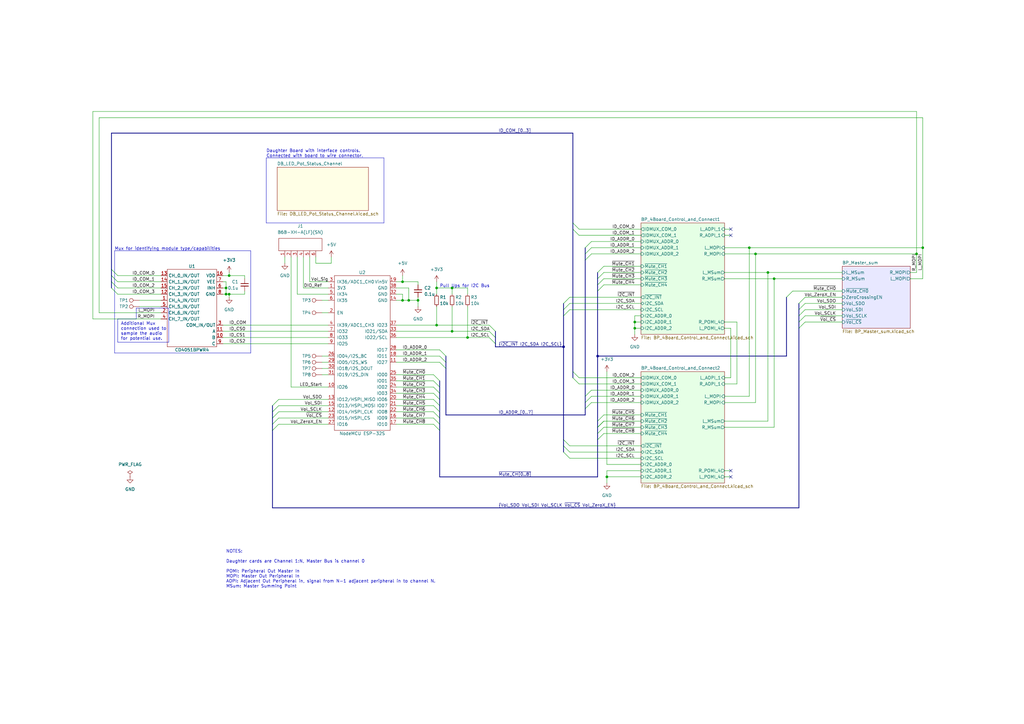
<source format=kicad_sch>
(kicad_sch (version 20230121) (generator eeschema)
  (paper "A3")
  (lib_symbols
    (symbol "CD4051BPWR4_2"
      (property "Reference" "U?" (at 10.16 1.27 0))
      (property "Value" "CD4051BPWR4_2" (at 10.16 -33.02 0))
      (symbol "CD4051BPWR4_2_0_1"
        (rectangle (start 0 0) (end 20.32 -31.75))
      )
      (symbol "CD4051BPWR4_2_1_1"
        (pin passive line (at -2.54 -12.7 0) (length 2.54) (name "CH_4_IN/OUT") (number "1"))
        (pin passive line (at 22.86 -27.94 180) (length 2.54) (name "B") (number "10"))
        (pin passive line (at 22.86 -25.4 180) (length 2.54) (name "A") (number "11"))
        (pin passive line (at -2.54 -10.16 0) (length 2.54) (name "CH_3_IN/OUT") (number "12"))
        (pin passive line (at -2.54 -2.54 0) (length 2.54) (name "CH_0_IN/OUT") (number "13"))
        (pin passive line (at -2.54 -5.08 0) (length 2.54) (name "CH_1_IN/OUT") (number "14"))
        (pin passive line (at -2.54 -7.62 0) (length 2.54) (name "CH_2_IN/OUT") (number "15"))
        (pin power_in line (at 22.86 -2.54 180) (length 2.54) (name "VDD") (number "16"))
        (pin passive line (at -2.54 -17.78 0) (length 2.54) (name "CH_6_IN/OUT") (number "2"))
        (pin passive line (at 22.86 -22.86 180) (length 2.54) (name "COM_IN/OUT") (number "3"))
        (pin passive line (at -2.54 -20.32 0) (length 2.54) (name "CH_7_IN/OUT") (number "4"))
        (pin passive line (at -2.54 -15.24 0) (length 2.54) (name "CH_5_IN/OUT") (number "5"))
        (pin passive line (at 22.86 -7.62 180) (length 2.54) (name "INH") (number "6"))
        (pin power_in line (at 22.86 -5.08 180) (length 2.54) (name "VEE") (number "7"))
        (pin power_in line (at 22.86 -10.16 180) (length 2.54) (name "GND") (number "8"))
        (pin passive line (at 22.86 -30.48 180) (length 2.54) (name "C") (number "9"))
      )
    )
    (symbol "Connector:TestPoint" (pin_numbers hide) (pin_names (offset 0.762) hide)
      (property "Reference" "TP" (at 0 6.858 0))
      (property "Value" "TestPoint" (at 0 5.08 0))
      (symbol "TestPoint_0_1"
        (circle (center 0 3.302) (radius 0.762))
      )
      (symbol "TestPoint_1_1"
        (pin passive line (at 0 0 90) (length 2.54) (name "1") (number "1"))
      )
    )
    (symbol "Device:C_Small" (pin_numbers hide) (pin_names (offset 0.254) hide)
      (property "Reference" "C" (at 0.254 1.778 0))
      (property "Value" "C_Small" (at 0.254 -2.032 0))
      (symbol "C_Small_0_1"
        (polyline (pts (xy -1.524 -0.508) (xy 1.524 -0.508)) (stroke (width 0.3302)))
        (polyline (pts (xy -1.524 0.508) (xy 1.524 0.508)) (stroke (width 0.3048)))
      )
      (symbol "C_Small_1_1"
        (pin passive line (at 0 2.54 270) (length 2.032) (name "~") (number "1"))
        (pin passive line (at 0 -2.54 90) (length 2.032) (name "~") (number "2"))
      )
    )
    (symbol "Device:R_Small" (pin_numbers hide) (pin_names (offset 0.254) hide)
      (property "Reference" "R" (at 0.762 0.508 0))
      (property "Value" "R_Small" (at 0.762 -1.016 0))
      (symbol "R_Small_0_1"
        (rectangle (start -0.762 1.778) (end 0.762 -1.778) (stroke (width 0.2032)))
      )
      (symbol "R_Small_1_1"
        (pin passive line (at 0 2.54 270) (length 0.762) (name "~") (number "1"))
        (pin passive line (at 0 -2.54 90) (length 0.762) (name "~") (number "2"))
      )
    )
    (symbol "power:+3V3" (power) (pin_names (offset 0))
      (property "Value" "+3V3" (at 0 3.556 0))
      (symbol "+3V3_0_1"
        (polyline (pts (xy -0.762 1.27) (xy 0 2.54)))
        (polyline (pts (xy 0 0) (xy 0 2.54)))
        (polyline (pts (xy 0 2.54) (xy 0.762 1.27)))
      )
      (symbol "+3V3_1_1"
        (pin power_in line (at 0 0 90) (length 0) hide (name "+3V3") (number "1"))
      )
    )
    (symbol "power:+5V" (power) (pin_names (offset 0))
      (property "Value" "+5V" (at 0 3.556 0))
      (symbol "+5V_0_1"
        (polyline (pts (xy -0.762 1.27) (xy 0 2.54)))
        (polyline (pts (xy 0 0) (xy 0 2.54)))
        (polyline (pts (xy 0 2.54) (xy 0.762 1.27)))
      )
      (symbol "+5V_1_1"
        (pin power_in line (at 0 0 90) (length 0) hide (name "+5V") (number "1"))
      )
    )
    (symbol "power:GND" (power) (pin_names (offset 0))
      (property "Value" "GND" (at 0 -3.81 0))
      (symbol "GND_0_1"
        (polyline (pts (xy 0 0) (xy 0 -1.27) (xy 1.27 -1.27) (xy 0 -2.54) (xy -1.27 -1.27) (xy 0 -1.27)))
      )
      (symbol "GND_1_1"
        (pin power_in line (at 0 0 270) (length 0) hide (name "GND") (number "1"))
      )
    )
    (symbol "power:PWR_FLAG" (power) (pin_numbers hide) (pin_names (offset 0) hide)
      (property "Value" "PWR_FLAG" (at 0 3.81 0))
      (symbol "PWR_FLAG_0_0"
        (pin power_out line (at 0 0 90) (length 0) (name "pwr") (number "1"))
      )
      (symbol "PWR_FLAG_0_1"
        (polyline (pts (xy 0 0) (xy 0 1.27) (xy -1.016 1.905) (xy 0 2.54) (xy 1.016 1.905) (xy 0 1.27)))
      )
    )
    (symbol "silver-box-modular:B6B-XH-A(LF)(SN)"
      (property "Reference" "U" (at 0 3.81 0))
      (property "Value" "B6B-XH-A(LF)(SN)" (at 0 1.27 0))
      (symbol "B6B-XH-A(LF)(SN)_0_0"
        (pin passive line (at -6.35 -7.62 90) (length 2.54) (name "") (number "1"))
        (pin passive line (at -3.81 -7.62 90) (length 2.54) (name "") (number "2"))
        (pin passive line (at -1.27 -7.62 90) (length 2.54) (name "") (number "3"))
        (pin passive line (at 1.27 -7.62 90) (length 2.54) (name "") (number "4"))
        (pin passive line (at 3.81 -7.62 90) (length 2.54) (name "") (number "5"))
        (pin passive line (at 6.35 -7.62 90) (length 2.54) (name "") (number "6"))
      )
      (symbol "B6B-XH-A(LF)(SN)_0_1"
        (rectangle (start -8.89 -5.08) (end 8.89 0))
      )
    )
    (symbol "silver-box-modular:ESP32-DevKitC-V4-32D-custom-parts" (pin_names (offset 1.016))
      (property "Reference" "U2" (at 0 30.48 0))
      (property "Value" "ESP32-DevKitC-V4-32D-custom-parts" (at 0 -35.56 0))
      (symbol "ESP32-DevKitC-V4-32D-custom-parts_0_0"
        (pin output line (at -13.97 24.13 0) (length 2.54) (name "3V3") (number "1"))
        (pin bidirectional line (at -13.97 -16.51 0) (length 2.54) (name "IO26") (number "10"))
        (pin bidirectional line (at 13.97 -6.35 180) (length 2.54) (name "IO27") (number "11"))
        (pin bidirectional line (at -13.97 -26.67 0) (length 2.54) (name "IO14/HSPI_CLK") (number "12"))
        (pin bidirectional line (at -13.97 -21.59 0) (length 2.54) (name "IO12/HSPI_MISO") (number "13"))
        (pin power_in line (at 13.97 19.05 180) (length 2.54) (name "GND") (number "14"))
        (pin bidirectional line (at -13.97 -24.13 0) (length 2.54) (name "IO13/HSPI_MOSI") (number "15"))
        (pin bidirectional line (at 13.97 -29.21 180) (length 2.54) (name "IO09") (number "16"))
        (pin bidirectional line (at 13.97 -31.75 180) (length 2.54) (name "IO10") (number "17"))
        (pin bidirectional line (at 13.97 -3.81 180) (length 2.54) (name "IO11") (number "18"))
        (pin power_in line (at 13.97 26.67 180) (length 2.54) (name "Vin5V") (number "19"))
        (pin input line (at -13.97 13.97 0) (length 2.54) (name "EN") (number "2"))
        (pin bidirectional line (at 13.97 -21.59 180) (length 2.54) (name "IO06") (number "20"))
        (pin bidirectional line (at 13.97 -24.13 180) (length 2.54) (name "IO07") (number "21"))
        (pin bidirectional line (at 13.97 -26.67 180) (length 2.54) (name "IO08") (number "22"))
        (pin bidirectional line (at -13.97 -29.21 0) (length 2.54) (name "IO15/HSPI_CS") (number "23"))
        (pin bidirectional line (at 13.97 -16.51 180) (length 2.54) (name "IO02") (number "24"))
        (pin bidirectional line (at 13.97 -11.43 180) (length 2.54) (name "IO00") (number "25"))
        (pin bidirectional line (at -13.97 -3.81 0) (length 2.54) (name "IO04/I2S_BC") (number "26"))
        (pin bidirectional line (at -13.97 -31.75 0) (length 2.54) (name "IO16") (number "27"))
        (pin bidirectional line (at 13.97 -1.27 180) (length 2.54) (name "IO17") (number "28"))
        (pin bidirectional line (at -13.97 -6.35 0) (length 2.54) (name "IO05/I2S_WS") (number "29"))
        (pin input line (at -13.97 26.67 0) (length 2.54) (name "IX36/ADC1_CH0") (number "3"))
        (pin bidirectional line (at -13.97 -8.89 0) (length 2.54) (name "IO18/I2S_DOUT") (number "30"))
        (pin bidirectional line (at -13.97 -11.43 0) (length 2.54) (name "IO19/I2S_DIN") (number "31"))
        (pin power_in line (at 13.97 21.59 180) (length 2.54) (name "GND") (number "32"))
        (pin bidirectional line (at 13.97 6.35 180) (length 2.54) (name "IO21/SDA") (number "33"))
        (pin bidirectional line (at 13.97 -19.05 180) (length 2.54) (name "IO03") (number "34"))
        (pin bidirectional line (at 13.97 -13.97 180) (length 2.54) (name "IO01") (number "35"))
        (pin bidirectional line (at 13.97 3.81 180) (length 2.54) (name "IO22/SCL") (number "36"))
        (pin bidirectional line (at 13.97 8.89 180) (length 2.54) (name "IO23") (number "37"))
        (pin power_in line (at 13.97 24.13 180) (length 2.54) (name "GND") (number "38"))
        (pin input line (at -13.97 8.89 0) (length 2.54) (name "IX39/ADC1_CH3") (number "4"))
        (pin input line (at -13.97 21.59 0) (length 2.54) (name "IX34") (number "5"))
        (pin input line (at -13.97 19.05 0) (length 2.54) (name "IX35") (number "6"))
        (pin bidirectional line (at -13.97 6.35 0) (length 2.54) (name "IO32") (number "7"))
        (pin bidirectional line (at -13.97 3.81 0) (length 2.54) (name "IO33") (number "8"))
        (pin bidirectional line (at -13.97 1.27 0) (length 2.54) (name "IO25") (number "9"))
      )
      (symbol "ESP32-DevKitC-V4-32D-custom-parts_0_1"
        (rectangle (start -11.43 29.21) (end 11.43 -34.29))
      )
    )
  )
  (junction (at 375.92 104.14))
  (junction (at 93.98 120.65))
  (junction (at 260.35 132.08))
  (junction (at 231.14 142.24))
  (junction (at 92.71 118.11))
  (junction (at 314.96 111.76))
  (junction (at 248.92 195.58))
  (junction (at 179.07 133.35))
  (junction (at 378.46 101.6))
  (junction (at 307.34 101.6))
  (junction (at 260.35 134.62))
  (junction (at 92.71 120.65))
  (junction (at 191.77 138.43))
  (junction (at 179.07 118.11))
  (junction (at 185.42 118.11))
  (junction (at 165.1 115.57))
  (junction (at 171.45 123.19))
  (junction (at 93.98 113.03))
  (junction (at 185.42 135.89))
  (junction (at 165.1 123.19))
  (junction (at 167.64 123.19))
  (junction (at 317.5 114.3))
  (junction (at 309.88 104.14))
  (junction (at 245.11 146.05))
  (no_connect (at 299.72 195.58))
  (no_connect (at 299.72 96.52))
  (no_connect (at 299.72 93.98))
  (no_connect (at 299.72 193.04))
  (bus_entry (at 234.95 154.94) (size 2.54 2.54))
  (bus_entry (at 327.66 124.46) (size 2.54 -2.54))
  (bus_entry (at 200.66 135.89) (size 2.54 2.54))
  (bus_entry (at 322.58 121.92) (size 2.54 -2.54))
  (bus_entry (at 234.95 152.4) (size 2.54 2.54))
  (bus_entry (at 240.03 106.68) (size 2.54 -2.54))
  (bus_entry (at 111.76 176.53) (size 2.54 -2.54))
  (bus_entry (at 240.03 167.64) (size 2.54 -2.54))
  (bus_entry (at 240.03 165.1) (size 2.54 -2.54))
  (bus_entry (at 45.72 115.57) (size 2.54 2.54))
  (bus_entry (at 45.72 110.49) (size 2.54 2.54))
  (bus_entry (at 247.65 175.26) (size -2.54 2.54))
  (bus_entry (at 200.66 138.43) (size 2.54 2.54))
  (bus_entry (at 240.03 162.56) (size 2.54 -2.54))
  (bus_entry (at 111.76 173.99) (size 2.54 -2.54))
  (bus_entry (at 45.72 113.03) (size 2.54 2.54))
  (bus_entry (at 240.03 104.14) (size 2.54 -2.54))
  (bus_entry (at 234.95 93.98) (size 2.54 2.54))
  (bus_entry (at 177.8 168.91) (size 2.54 2.54))
  (bus_entry (at 245.11 119.38) (size 2.54 -2.54))
  (bus_entry (at 327.66 132.08) (size 2.54 -2.54))
  (bus_entry (at 245.11 114.3) (size 2.54 -2.54))
  (bus_entry (at 177.8 173.99) (size 2.54 2.54))
  (bus_entry (at 231.14 127) (size 2.54 -2.54))
  (bus_entry (at 180.34 148.59) (size 2.54 2.54))
  (bus_entry (at 231.14 129.54) (size 2.54 -2.54))
  (bus_entry (at 247.65 172.72) (size -2.54 2.54))
  (bus_entry (at 177.8 156.21) (size 2.54 2.54))
  (bus_entry (at 327.66 134.62) (size 2.54 -2.54))
  (bus_entry (at 231.14 180.34) (size 2.54 2.54))
  (bus_entry (at 180.34 143.51) (size 2.54 2.54))
  (bus_entry (at 327.66 127) (size 2.54 -2.54))
  (bus_entry (at 247.65 172.72) (size -2.54 2.54))
  (bus_entry (at 177.8 163.83) (size 2.54 2.54))
  (bus_entry (at 327.66 129.54) (size 2.54 -2.54))
  (bus_entry (at 177.8 166.37) (size 2.54 2.54))
  (bus_entry (at 200.66 133.35) (size 2.54 2.54))
  (bus_entry (at 180.34 146.05) (size 2.54 2.54))
  (bus_entry (at 177.8 158.75) (size 2.54 2.54))
  (bus_entry (at 247.65 170.18) (size -2.54 2.54))
  (bus_entry (at 245.11 111.76) (size 2.54 -2.54))
  (bus_entry (at 245.11 116.84) (size 2.54 -2.54))
  (bus_entry (at 240.03 101.6) (size 2.54 -2.54))
  (bus_entry (at 247.65 177.8) (size -2.54 2.54))
  (bus_entry (at 111.76 168.91) (size 2.54 -2.54))
  (bus_entry (at 111.76 166.37) (size 2.54 -2.54))
  (bus_entry (at 177.8 153.67) (size 2.54 2.54))
  (bus_entry (at 111.76 171.45) (size 2.54 -2.54))
  (bus_entry (at 177.8 161.29) (size 2.54 2.54))
  (bus_entry (at 231.14 124.46) (size 2.54 -2.54))
  (bus_entry (at 231.14 185.42) (size 2.54 2.54))
  (bus_entry (at 45.72 118.11) (size 2.54 2.54))
  (bus_entry (at 231.14 182.88) (size 2.54 2.54))
  (bus_entry (at 234.95 91.44) (size 2.54 2.54))
  (bus_entry (at 177.8 171.45) (size 2.54 2.54))
  (wire (pts (xy 185.42 118.11) (xy 185.42 120.65)))
  (wire (pts (xy 162.56 173.99) (xy 177.8 173.99)))
  (wire (pts (xy 330.2 129.54) (xy 345.44 129.54)))
  (wire (pts (xy 91.44 135.89) (xy 134.62 135.89)))
  (wire (pts (xy 373.38 114.3) (xy 378.46 114.3)))
  (wire (pts (xy 260.35 132.08) (xy 262.89 132.08)))
  (wire (pts (xy 378.46 114.3) (xy 378.46 101.6)))
  (wire (pts (xy 121.92 120.65) (xy 134.62 120.65)))
  (bus (pts (xy 327.66 132.08) (xy 327.66 134.62)))
  (wire (pts (xy 124.46 118.11) (xy 134.62 118.11)))
  (bus (pts (xy 182.88 170.18) (xy 240.03 170.18)))
  (wire (pts (xy 330.2 124.46) (xy 345.44 124.46)))
  (bus (pts (xy 322.58 121.92) (xy 322.58 146.05)))
  (wire (pts (xy 242.57 104.14) (xy 262.89 104.14)))
  (wire (pts (xy 378.46 48.26) (xy 40.64 48.26)))
  (wire (pts (xy 309.88 165.1) (xy 309.88 104.14)))
  (wire (pts (xy 378.46 101.6) (xy 378.46 48.26)))
  (wire (pts (xy 233.68 187.96) (xy 262.89 187.96)))
  (wire (pts (xy 247.65 109.22) (xy 262.89 109.22)))
  (wire (pts (xy 93.98 113.03) (xy 100.33 113.03)))
  (bus (pts (xy 231.14 182.88) (xy 231.14 185.42)))
  (wire (pts (xy 297.18 175.26) (xy 317.5 175.26)))
  (wire (pts (xy 307.34 162.56) (xy 297.18 162.56)))
  (wire (pts (xy 40.64 128.27) (xy 66.04 128.27)))
  (wire (pts (xy 162.56 163.83) (xy 177.8 163.83)))
  (wire (pts (xy 297.18 111.76) (xy 314.96 111.76)))
  (wire (pts (xy 299.72 134.62) (xy 299.72 154.94)))
  (wire (pts (xy 167.64 118.11) (xy 167.64 123.19)))
  (wire (pts (xy 162.56 161.29) (xy 177.8 161.29)))
  (wire (pts (xy 171.45 116.84) (xy 171.45 115.57)))
  (polyline (pts (xy 109.22 91.44) (xy 157.48 91.44)))
  (wire (pts (xy 48.26 120.65) (xy 66.04 120.65)))
  (wire (pts (xy 317.5 114.3) (xy 345.44 114.3)))
  (wire (pts (xy 297.18 195.58) (xy 299.72 195.58)))
  (wire (pts (xy 135.89 107.95) (xy 129.54 107.95)))
  (wire (pts (xy 132.08 151.13) (xy 134.62 151.13)))
  (wire (pts (xy 119.38 158.75) (xy 134.62 158.75)))
  (wire (pts (xy 375.92 111.76) (xy 375.92 104.14)))
  (wire (pts (xy 57.15 125.73) (xy 66.04 125.73)))
  (wire (pts (xy 93.98 111.76) (xy 93.98 113.03)))
  (wire (pts (xy 38.1 45.72) (xy 375.92 45.72)))
  (wire (pts (xy 162.56 120.65) (xy 165.1 120.65)))
  (wire (pts (xy 162.56 171.45) (xy 177.8 171.45)))
  (bus (pts (xy 231.14 129.54) (xy 231.14 142.24)))
  (wire (pts (xy 165.1 120.65) (xy 165.1 123.19)))
  (bus (pts (xy 45.72 54.61) (xy 234.95 54.61)))
  (bus (pts (xy 45.72 118.11) (xy 45.72 115.57)))
  (wire (pts (xy 114.3 166.37) (xy 134.62 166.37)))
  (wire (pts (xy 247.65 177.8) (xy 262.89 177.8)))
  (wire (pts (xy 162.56 156.21) (xy 177.8 156.21)))
  (wire (pts (xy 165.1 115.57) (xy 162.56 115.57)))
  (wire (pts (xy 171.45 123.19) (xy 171.45 121.92)))
  (wire (pts (xy 309.88 104.14) (xy 375.92 104.14)))
  (bus (pts (xy 234.95 93.98) (xy 234.95 152.4)))
  (wire (pts (xy 260.35 129.54) (xy 260.35 132.08)))
  (bus (pts (xy 231.14 142.24) (xy 231.14 180.34)))
  (wire (pts (xy 162.56 118.11) (xy 167.64 118.11)))
  (wire (pts (xy 93.98 120.65) (xy 93.98 121.92)))
  (bus (pts (xy 245.11 146.05) (xy 245.11 172.72)))
  (wire (pts (xy 242.57 99.06) (xy 262.89 99.06)))
  (wire (pts (xy 297.18 93.98) (xy 299.72 93.98)))
  (wire (pts (xy 247.65 114.3) (xy 262.89 114.3)))
  (bus (pts (xy 240.03 162.56) (xy 240.03 165.1)))
  (polyline (pts (xy 46.99 144.78) (xy 102.87 144.78)))
  (wire (pts (xy 233.68 185.42) (xy 262.89 185.42)))
  (wire (pts (xy 330.2 121.92) (xy 345.44 121.92)))
  (polyline (pts (xy 109.22 64.77) (xy 157.48 64.77)))
  (wire (pts (xy 247.65 172.72) (xy 262.89 172.72)))
  (wire (pts (xy 325.12 119.38) (xy 345.44 119.38)))
  (wire (pts (xy 162.56 133.35) (xy 179.07 133.35)))
  (polyline (pts (xy 102.87 144.78) (xy 102.87 102.87)))
  (wire (pts (xy 185.42 118.11) (xy 191.77 118.11)))
  (wire (pts (xy 135.89 105.41) (xy 135.89 107.95)))
  (wire (pts (xy 124.46 105.41) (xy 124.46 118.11)))
  (wire (pts (xy 185.42 135.89) (xy 200.66 135.89)))
  (bus (pts (xy 45.72 110.49) (xy 45.72 54.61)))
  (bus (pts (xy 245.11 116.84) (xy 245.11 119.38)))
  (polyline (pts (xy 60.96 102.87) (xy 46.99 102.87)))
  (wire (pts (xy 191.77 118.11) (xy 191.77 120.65)))
  (wire (pts (xy 162.56 148.59) (xy 180.34 148.59)))
  (wire (pts (xy 242.57 101.6) (xy 262.89 101.6)))
  (wire (pts (xy 297.18 96.52) (xy 299.72 96.52)))
  (wire (pts (xy 121.92 120.65) (xy 121.92 105.41)))
  (polyline (pts (xy 55.88 130.81) (xy 48.26 130.81)))
  (bus (pts (xy 203.2 140.97) (xy 203.2 142.24)))
  (wire (pts (xy 297.18 193.04) (xy 299.72 193.04)))
  (bus (pts (xy 327.66 129.54) (xy 327.66 132.08)))
  (bus (pts (xy 203.2 135.89) (xy 203.2 138.43)))
  (wire (pts (xy 92.71 115.57) (xy 92.71 118.11)))
  (wire (pts (xy 237.49 96.52) (xy 262.89 96.52)))
  (wire (pts (xy 302.26 132.08) (xy 302.26 157.48)))
  (wire (pts (xy 127 105.41) (xy 127 115.57)))
  (wire (pts (xy 91.44 113.03) (xy 93.98 113.03)))
  (wire (pts (xy 302.26 132.08) (xy 297.18 132.08)))
  (wire (pts (xy 179.07 133.35) (xy 200.66 133.35)))
  (wire (pts (xy 48.26 113.03) (xy 66.04 113.03)))
  (wire (pts (xy 248.92 193.04) (xy 248.92 195.58)))
  (wire (pts (xy 314.96 172.72) (xy 314.96 111.76)))
  (wire (pts (xy 100.33 113.03) (xy 100.33 114.3)))
  (bus (pts (xy 245.11 111.76) (xy 245.11 114.3)))
  (bus (pts (xy 203.2 138.43) (xy 203.2 140.97)))
  (bus (pts (xy 111.76 173.99) (xy 111.76 176.53)))
  (wire (pts (xy 127 115.57) (xy 134.62 115.57)))
  (wire (pts (xy 297.18 157.48) (xy 302.26 157.48)))
  (wire (pts (xy 242.57 165.1) (xy 262.89 165.1)))
  (bus (pts (xy 245.11 114.3) (xy 245.11 116.84)))
  (bus (pts (xy 245.11 180.34) (xy 245.11 195.58)))
  (wire (pts (xy 262.89 129.54) (xy 260.35 129.54)))
  (wire (pts (xy 233.68 121.92) (xy 262.89 121.92)))
  (bus (pts (xy 327.66 127) (xy 327.66 129.54)))
  (wire (pts (xy 248.92 190.5) (xy 262.89 190.5)))
  (bus (pts (xy 245.11 172.72) (xy 245.11 175.26)))
  (wire (pts (xy 179.07 118.11) (xy 185.42 118.11)))
  (bus (pts (xy 240.03 104.14) (xy 240.03 106.68)))
  (wire (pts (xy 297.18 172.72) (xy 314.96 172.72)))
  (bus (pts (xy 245.11 119.38) (xy 245.11 146.05)))
  (wire (pts (xy 114.3 168.91) (xy 134.62 168.91)))
  (polyline (pts (xy 109.22 64.77) (xy 109.22 91.44)))
  (wire (pts (xy 247.65 170.18) (xy 262.89 170.18)))
  (bus (pts (xy 245.11 175.26) (xy 245.11 177.8)))
  (bus (pts (xy 111.76 166.37) (xy 111.76 168.91)))
  (wire (pts (xy 165.1 115.57) (xy 171.45 115.57)))
  (wire (pts (xy 114.3 163.83) (xy 134.62 163.83)))
  (wire (pts (xy 132.08 153.67) (xy 134.62 153.67)))
  (bus (pts (xy 327.66 208.28) (xy 111.76 208.28)))
  (bus (pts (xy 45.72 113.03) (xy 45.72 110.49)))
  (wire (pts (xy 57.15 123.19) (xy 66.04 123.19)))
  (polyline (pts (xy 48.26 140.335) (xy 69.215 140.335)))
  (bus (pts (xy 327.66 124.46) (xy 327.66 127)))
  (wire (pts (xy 162.56 143.51) (xy 180.34 143.51)))
  (bus (pts (xy 240.03 165.1) (xy 240.03 167.64)))
  (wire (pts (xy 119.38 158.75) (xy 119.38 105.41)))
  (bus (pts (xy 180.34 173.99) (xy 180.34 176.53)))
  (wire (pts (xy 48.26 115.57) (xy 66.04 115.57)))
  (wire (pts (xy 91.44 115.57) (xy 92.71 115.57)))
  (bus (pts (xy 245.11 146.05) (xy 322.58 146.05)))
  (polyline (pts (xy 55.88 126.365) (xy 55.88 130.81)))
  (wire (pts (xy 317.5 175.26) (xy 317.5 114.3)))
  (wire (pts (xy 162.56 166.37) (xy 177.8 166.37)))
  (polyline (pts (xy 65.405 126.365) (xy 55.88 126.365)))
  (wire (pts (xy 373.38 111.76) (xy 375.92 111.76)))
  (bus (pts (xy 180.34 168.91) (xy 180.34 171.45)))
  (wire (pts (xy 100.33 120.65) (xy 93.98 120.65)))
  (bus (pts (xy 245.11 177.8) (xy 245.11 180.34)))
  (wire (pts (xy 38.1 45.72) (xy 38.1 130.81)))
  (wire (pts (xy 91.44 133.35) (xy 134.62 133.35)))
  (polyline (pts (xy 46.99 102.87) (xy 46.99 144.78)))
  (bus (pts (xy 231.14 127) (xy 231.14 129.54)))
  (wire (pts (xy 132.08 123.19) (xy 134.62 123.19)))
  (wire (pts (xy 114.3 173.99) (xy 134.62 173.99)))
  (wire (pts (xy 237.49 93.98) (xy 262.89 93.98)))
  (wire (pts (xy 129.54 107.95) (xy 129.54 105.41)))
  (wire (pts (xy 330.2 127) (xy 345.44 127)))
  (wire (pts (xy 116.84 105.41) (xy 116.84 107.95)))
  (wire (pts (xy 297.18 134.62) (xy 299.72 134.62)))
  (wire (pts (xy 179.07 125.73) (xy 179.07 133.35)))
  (wire (pts (xy 297.18 114.3) (xy 317.5 114.3)))
  (bus (pts (xy 231.14 180.34) (xy 231.14 182.88)))
  (wire (pts (xy 248.92 195.58) (xy 248.92 198.12)))
  (bus (pts (xy 240.03 106.68) (xy 240.03 162.56)))
  (wire (pts (xy 242.57 162.56) (xy 262.89 162.56)))
  (wire (pts (xy 233.68 182.88) (xy 262.89 182.88)))
  (bus (pts (xy 111.76 168.91) (xy 111.76 171.45)))
  (bus (pts (xy 180.34 156.21) (xy 180.34 158.75)))
  (polyline (pts (xy 65.405 126.365) (xy 69.215 126.365)))
  (bus (pts (xy 111.76 171.45) (xy 111.76 173.99)))
  (wire (pts (xy 242.57 160.02) (xy 262.89 160.02)))
  (bus (pts (xy 180.34 161.29) (xy 180.34 163.83)))
  (wire (pts (xy 185.42 125.73) (xy 185.42 135.89)))
  (wire (pts (xy 314.96 111.76) (xy 345.44 111.76)))
  (wire (pts (xy 248.92 195.58) (xy 262.89 195.58)))
  (wire (pts (xy 91.44 138.43) (xy 134.62 138.43)))
  (wire (pts (xy 237.49 154.94) (xy 262.89 154.94)))
  (wire (pts (xy 297.18 104.14) (xy 309.88 104.14)))
  (bus (pts (xy 182.88 146.05) (xy 182.88 148.59)))
  (wire (pts (xy 162.56 146.05) (xy 180.34 146.05)))
  (wire (pts (xy 179.07 120.65) (xy 179.07 118.11)))
  (wire (pts (xy 260.35 134.62) (xy 260.35 137.16)))
  (bus (pts (xy 240.03 101.6) (xy 240.03 104.14)))
  (wire (pts (xy 233.68 127) (xy 262.89 127)))
  (wire (pts (xy 299.72 154.94) (xy 297.18 154.94)))
  (bus (pts (xy 203.2 142.24) (xy 231.14 142.24)))
  (bus (pts (xy 182.88 148.59) (xy 182.88 151.13)))
  (wire (pts (xy 237.49 157.48) (xy 262.89 157.48)))
  (bus (pts (xy 180.34 163.83) (xy 180.34 166.37)))
  (wire (pts (xy 191.77 125.73) (xy 191.77 138.43)))
  (wire (pts (xy 167.64 123.19) (xy 171.45 123.19)))
  (wire (pts (xy 375.92 45.72) (xy 375.92 104.14)))
  (bus (pts (xy 231.14 124.46) (xy 231.14 127)))
  (wire (pts (xy 132.08 148.59) (xy 134.62 148.59)))
  (wire (pts (xy 260.35 132.08) (xy 260.35 134.62)))
  (wire (pts (xy 92.71 120.65) (xy 91.44 120.65)))
  (wire (pts (xy 91.44 140.97) (xy 134.62 140.97)))
  (wire (pts (xy 92.71 118.11) (xy 91.44 118.11)))
  (polyline (pts (xy 60.96 102.87) (xy 102.87 102.87)))
  (polyline (pts (xy 48.26 130.81) (xy 48.26 140.335)))
  (wire (pts (xy 233.68 124.46) (xy 262.89 124.46)))
  (wire (pts (xy 162.56 158.75) (xy 177.8 158.75)))
  (wire (pts (xy 307.34 101.6) (xy 307.34 162.56)))
  (wire (pts (xy 162.56 153.67) (xy 177.8 153.67)))
  (wire (pts (xy 114.3 171.45) (xy 134.62 171.45)))
  (bus (pts (xy 111.76 176.53) (xy 111.76 208.28)))
  (wire (pts (xy 132.08 146.05) (xy 134.62 146.05)))
  (wire (pts (xy 247.65 111.76) (xy 262.89 111.76)))
  (wire (pts (xy 162.56 168.91) (xy 177.8 168.91)))
  (bus (pts (xy 180.34 171.45) (xy 180.34 173.99)))
  (wire (pts (xy 38.1 130.81) (xy 66.04 130.81)))
  (bus (pts (xy 234.95 91.44) (xy 234.95 93.98)))
  (wire (pts (xy 48.26 118.11) (xy 66.04 118.11)))
  (polyline (pts (xy 157.48 91.44) (xy 157.48 64.77)))
  (wire (pts (xy 179.07 115.57) (xy 179.07 118.11)))
  (wire (pts (xy 93.98 120.65) (xy 92.71 120.65)))
  (wire (pts (xy 247.65 116.84) (xy 262.89 116.84)))
  (wire (pts (xy 260.35 134.62) (xy 262.89 134.62)))
  (bus (pts (xy 180.34 158.75) (xy 180.34 161.29)))
  (wire (pts (xy 191.77 138.43) (xy 200.66 138.43)))
  (wire (pts (xy 297.18 101.6) (xy 307.34 101.6)))
  (bus (pts (xy 240.03 167.64) (xy 240.03 170.18)))
  (wire (pts (xy 100.33 119.38) (xy 100.33 120.65)))
  (bus (pts (xy 182.88 151.13) (xy 182.88 170.18)))
  (wire (pts (xy 162.56 138.43) (xy 191.77 138.43)))
  (bus (pts (xy 234.95 152.4) (xy 234.95 154.94)))
  (wire (pts (xy 248.92 152.4) (xy 248.92 190.5)))
  (bus (pts (xy 234.95 54.61) (xy 234.95 91.44)))
  (wire (pts (xy 92.71 118.11) (xy 92.71 120.65)))
  (wire (pts (xy 162.56 123.19) (xy 165.1 123.19)))
  (wire (pts (xy 330.2 132.08) (xy 345.44 132.08)))
  (bus (pts (xy 180.34 176.53) (xy 180.34 195.58)))
  (wire (pts (xy 247.65 175.26) (xy 262.89 175.26)))
  (wire (pts (xy 262.89 193.04) (xy 248.92 193.04)))
  (bus (pts (xy 327.66 134.62) (xy 327.66 208.28)))
  (wire (pts (xy 162.56 135.89) (xy 185.42 135.89)))
  (wire (pts (xy 165.1 113.03) (xy 165.1 115.57)))
  (wire (pts (xy 171.45 123.19) (xy 171.45 125.73)))
  (bus (pts (xy 45.72 115.57) (xy 45.72 113.03)))
  (wire (pts (xy 132.08 128.27) (xy 134.62 128.27)))
  (wire (pts (xy 165.1 123.19) (xy 167.64 123.19)))
  (bus (pts (xy 180.34 166.37) (xy 180.34 168.91)))
  (wire (pts (xy 40.64 48.26) (xy 40.64 128.27)))
  (wire (pts (xy 307.34 101.6) (xy 378.46 101.6)))
  (bus (pts (xy 180.34 195.58) (xy 245.11 195.58)))
  (polyline (pts (xy 69.215 140.335) (xy 69.215 126.365)))
  (wire (pts (xy 297.18 165.1) (xy 309.88 165.1)))
  (text "Pull Ups for I2C Bus" (at 180.34 118.11 0) (effects (font (size 1.27 1.27)) (justify left bottom)))
  (text "NOTES:\n\nDaughter cards are Channel 1:N, Master Bus is channel 0\n\nPOMI: Peripheral Out Master In\nMOPI: Master Out Peripheral In\nAOPI: Adjacent Out Peripheral in, signal from N-1 adjacent peripheral in to channel N.\nMSum: Master Summing Point\n" (at 92.71 241.3 0) (effects (font (size 1.27 1.27)) (justify left bottom)))
  (text "Mux for identifying module type/capabilities" (at 46.99 102.87 0) (effects (font (size 1.27 1.27)) (justify left bottom)))
  (text "Daughter Board with interface controls.\nConnected with board to wire connector." (at 109.22 64.77 0) (effects (font (size 1.27 1.27)) (justify left bottom)))
  (text "Additional Mux \nconnection used to \nsample the audio \nfor potential use." (at 49.53 139.7 0) (effects (font (size 1.27 1.27)) (justify left bottom)))
  (label "~{Mute_CH6}" (at 165.1 168.91 0))
  (label "~{Mute_CH6}" (at 260.35 172.72 180))
  (label "ID_ADDR_2" (at 260.35 104.14 180))
  (label "ID_COM_1" (at 63.5 115.57 180))
  (label "ID_ADDR_0" (at 260.35 160.02 180))
  (label "Vol_SDO" (at 342.9 124.46 180))
  (label "Vol_SCLK" (at 342.9 129.54 180))
  (label "Vol_ZeroX_EN" (at 342.9 121.92 180))
  (label "L_MOPI" (at 63.5 128.27 180))
  (label "I2C_SDA" (at 260.35 185.42 180))
  (label "~{Mute_CH0}" (at 342.9 119.38 180))
  (label "R_MOPI" (at 375.92 104.14 270))
  (label "Vol_SDI" (at 132.08 166.37 180))
  (label "~{Vol_CS}" (at 132.08 171.45 180))
  (label "ID_CS0" (at 93.98 135.89 0))
  (label "{~{I2C_INT} I2C_SDA I2C_SCL}" (at 204.47 142.24 0))
  (label "~{Mute_CH0}" (at 165.1 153.67 0))
  (label "ID_ADDR_1" (at 165.1 146.05 0))
  (label "~{Mute_CH1}" (at 260.35 109.22 180))
  (label "ID_COM_3" (at 260.35 157.48 180))
  (label "ID_ADDR_1" (at 260.35 162.56 180))
  (label "~{Mute_CH2}" (at 260.35 111.76 180))
  (label "ID_COM" (at 93.98 133.35 0))
  (label "DIO_Ref" (at 132.08 118.11 180))
  (label "~{Mute_CH2}" (at 165.1 158.75 0))
  (label "ID_ADDR_2" (at 260.35 165.1 180))
  (label "ID_COM_2" (at 63.5 118.11 180))
  (label "ID_COM_[0..3]" (at 204.47 54.61 0))
  (label "~{Mute_CH8}" (at 260.35 177.8 180))
  (label "ID_ADDR_1" (at 260.35 101.6 180))
  (label "LED_Start" (at 132.08 158.75 180))
  (label "ID_ADDR_2" (at 165.1 148.59 0))
  (label "Vol_ZeroX_EN" (at 132.08 173.99 180))
  (label "R_MOPI" (at 63.5 130.81 180))
  (label "~{Mute_CH3}" (at 165.1 161.29 0))
  (label "Vol_SDO" (at 132.08 163.83 180))
  (label "~{Mute_CH4}" (at 260.35 116.84 180))
  (label "~{I2C_INT}" (at 260.35 182.88 180))
  (label "ID_ADDR_0" (at 165.1 143.51 0))
  (label "~{Mute_CH5}" (at 260.35 170.18 180))
  (label "~{Mute_CH4}" (at 165.1 163.83 0))
  (label "Vol_SCLK" (at 132.08 168.91 180))
  (label "ID_COM_0" (at 260.35 93.98 180))
  (label "~{Mute_CH8}" (at 165.1 173.99 0))
  (label "L_MOPI" (at 378.46 104.14 270))
  (label "ID_CS2" (at 93.98 140.97 0))
  (label "Vol_SDI" (at 342.9 127 180))
  (label "ID_CS1" (at 93.98 138.43 0))
  (label "I2C_SCL" (at 260.35 127 180))
  (label "~{Mute_CH5}" (at 165.1 166.37 0))
  (label "{Vol_SDO Vol_SDI Vol_SCLK ~{Vol_CS} Vol_ZeroX_EN}" (at 204.47 208.28 0))
  (label "I2C_SCL" (at 260.35 187.96 180))
  (label "~{Mute_CH[0..8]}" (at 204.47 195.58 0))
  (label "~{Vol_CS}" (at 342.9 132.08 180))
  (label "ID_COM_3" (at 63.5 120.65 180))
  (label "~{Mute_CH1}" (at 165.1 156.21 0))
  (label "I2C_SDA" (at 260.35 124.46 180))
  (label "~{Mute_CH7}" (at 260.35 175.26 180))
  (label "I2C_SDA" (at 193.04 135.89 0))
  (label "~{Mute_CH7}" (at 165.1 171.45 0))
  (label "Vol_Sig" (at 134.62 115.57 180))
  (label "ID_ADDR_[0..7]" (at 204.47 170.18 0))
  (label "~{I2C_INT}" (at 193.04 133.35 0))
  (label "ID_COM_0" (at 63.5 113.03 180))
  (label "I2C_SCL" (at 193.04 138.43 0))
  (label "ID_COM_2" (at 260.35 154.94 180))
  (label "~{I2C_INT}" (at 260.35 121.92 180))
  (label "ID_ADDR_0" (at 260.35 99.06 180))
  (label "~{Mute_CH3}" (at 260.35 114.3 180))
  (label "ID_COM_1" (at 260.35 96.52 180))
  (symbol (lib_id "power:+5V") (at 135.89 105.41 0) (unit 1)
    (property "Reference" "#PWR05" (effects hide))
    (property "Value" "+5V" (at 135.89 100.33 0))
  )
  (symbol (lib_id "Device:R_Small") (at 185.42 123.19 0) (unit 1)
    (property "Reference" "R2" (at 186.69 121.92 0) (effects (justify left)))
    (property "Value" "10k" (at 186.69 124.46 0) (effects (justify left)))
    (property "Footprint" "Resistor_SMD:R_0603_1608Metric_Pad0.98x0.95mm_HandSolder" (effects hide))
  )
  (symbol (lib_id "silver-box-modular:B6B-XH-A(LF)(SN)") (at 123.19 97.79 0) (unit 1)
    (property "Reference" "J1" (at 123.19 92.71 0))
    (property "Value" "B6B-XH-A(LF)(SN)" (at 123.19 95.25 0))
    (property "Footprint" "silver-box-feetprints:B6B-XH-A(LF)(SN)" (effects hide))
  )
  (symbol (lib_name "CD4051BPWR4_2") (lib_id "silver-box-modular:CD4051BPWR4") (at 68.58 110.49 0) (unit 1)
    (property "Reference" "U1" (at 78.74 109.22 0))
    (property "Value" "CD4051BPWR4" (at 78.74 143.51 0))
    (property "Footprint" "silver-box-feetprints:CD4051BPWR" (effects hide))
    (property "Datasheet" "https://www.ti.com/lit/ds/symlink/cd4051b.pdf" (effects hide))
  )
  (symbol (lib_id "Device:R_Small") (at 179.07 123.19 0) (unit 1)
    (property "Reference" "R1" (at 180.34 121.92 0) (effects (justify left)))
    (property "Value" "10k" (at 180.34 124.46 0) (effects (justify left)))
    (property "Footprint" "Resistor_SMD:R_0603_1608Metric_Pad0.98x0.95mm_HandSolder" (effects hide))
  )
  (symbol (lib_id "Connector:TestPoint") (at 132.08 123.19 90) (unit 1)
    (property "Reference" "TP3" (at 125.73 123.19 90))
    (property "Value" "TestPoint" (effects hide))
    (property "Footprint" "TestPoint:TestPoint_Pad_D3.0mm" (effects hide))
  )
  (symbol (lib_id "Connector:TestPoint") (at 57.15 125.73 90) (unit 1)
    (property "Reference" "TP2" (at 50.8 125.73 90))
    (property "Value" "TestPoint" (effects hide))
    (property "Footprint" "TestPoint:TestPoint_Pad_D3.0mm" (effects hide))
  )
  (symbol (lib_id "power:GND") (at 171.45 125.73 0) (unit 1)
    (property "Reference" "#PWR07" (effects hide))
    (property "Value" "GND" (at 171.45 130.81 0))
  )
  (symbol (lib_id "Connector:TestPoint") (at 132.08 153.67 90) (unit 1)
    (property "Reference" "TP8" (at 125.73 153.67 90))
    (property "Value" "TestPoint" (effects hide))
    (property "Footprint" "TestPoint:TestPoint_Pad_D3.0mm" (effects hide))
  )
  (symbol (lib_id "Connector:TestPoint") (at 132.08 148.59 90) (unit 1)
    (property "Reference" "TP6" (at 125.73 148.59 90))
    (property "Value" "TestPoint" (effects hide))
    (property "Footprint" "TestPoint:TestPoint_Pad_D3.0mm" (effects hide))
  )
  (symbol (lib_id "power:+3V3") (at 179.07 115.57 0) (unit 1)
    (property "Reference" "#PWR08" (effects hide))
    (property "Value" "+3V3" (at 179.07 110.49 0))
  )
  (symbol (lib_id "power:GND") (at 260.35 137.16 0) (unit 1)
    (property "Reference" "#PWR011" (effects hide))
    (property "Value" "GND" (at 260.35 142.24 0))
  )
  (symbol (lib_id "power:GND") (at 53.34 195.58 0) (unit 1)
    (property "Reference" "#PWR01" (effects hide))
    (property "Value" "GND" (at 53.34 200.66 0))
  )
  (symbol (lib_id "Connector:TestPoint") (at 132.08 151.13 90) (unit 1)
    (property "Reference" "TP7" (at 125.73 151.13 90))
    (property "Value" "TestPoint" (effects hide))
    (property "Footprint" "TestPoint:TestPoint_Pad_D3.0mm" (effects hide))
  )
  (symbol (lib_id "power:PWR_FLAG") (at 53.34 195.58 0) (unit 1)
    (property "Reference" "#FLG01" (effects hide))
    (property "Value" "PWR_FLAG" (at 53.34 190.5 0))
  )
  (symbol (lib_id "power:+5V") (at 165.1 113.03 0) (unit 1)
    (property "Reference" "#PWR06" (effects hide))
    (property "Value" "+5V" (at 165.1 107.95 0))
  )
  (symbol (lib_id "Device:C_Small") (at 100.33 116.84 0) (mirror y) (unit 1)
    (property "Reference" "C1" (at 97.79 115.5762 0) (effects (justify left)))
    (property "Value" "0.1u" (at 97.79 118.1162 0) (effects (justify left)))
    (property "Footprint" "Capacitor_SMD:C_0603_1608Metric_Pad1.08x0.95mm_HandSolder" (effects hide))
  )
  (symbol (lib_id "power:GND") (at 93.98 121.92 0) (mirror y) (unit 1)
    (property "Reference" "#PWR03" (effects hide))
    (property "Value" "GND" (at 93.98 127 0))
  )
  (symbol (lib_id "power:GND") (at 116.84 107.95 0) (unit 1)
    (property "Reference" "#PWR04" (effects hide))
    (property "Value" "GND" (at 116.84 113.03 0))
  )
  (symbol (lib_id "Connector:TestPoint") (at 132.08 128.27 90) (unit 1)
    (property "Reference" "TP4" (at 125.73 128.27 90))
    (property "Value" "TestPoint" (effects hide))
    (property "Footprint" "TestPoint:TestPoint_Pad_D3.0mm" (effects hide))
  )
  (symbol (lib_id "power:+3V3") (at 93.98 111.76 0) (unit 1)
    (property "Reference" "#PWR02" (effects hide))
    (property "Value" "+3V3" (at 93.98 106.68 0))
  )
  (symbol (lib_id "Device:R_Small") (at 191.77 123.19 0) (unit 1)
    (property "Reference" "R3" (at 193.04 121.92 0) (effects (justify left)))
    (property "Value" "10k" (at 193.04 124.46 0) (effects (justify left)))
    (property "Footprint" "Resistor_SMD:R_0603_1608Metric_Pad0.98x0.95mm_HandSolder" (effects hide))
  )
  (symbol (lib_id "silver-box-modular:ESP32-DevKitC-V4-32D-custom-parts") (at 148.59 142.24 0) (unit 1)
    (property "Reference" "U2" (at 148.59 111.76 0))
    (property "Value" "NodeMCU ESP-32S" (at 148.59 177.8 0))
    (property "Footprint" "silver-box-feetprints:NodeMCU ESP-32S" (effects hide))
  )
  (symbol (lib_id "Connector:TestPoint") (at 132.08 146.05 90) (unit 1)
    (property "Reference" "TP5" (at 125.73 146.05 90))
    (property "Value" "TestPoint" (effects hide))
    (property "Footprint" "TestPoint:TestPoint_Pad_D3.0mm" (effects hide))
  )
  (symbol (lib_id "power:+3V3") (at 248.92 152.4 0) (unit 1)
    (property "Reference" "#PWR09" (effects hide))
    (property "Value" "+3V3" (at 248.92 147.32 0))
  )
  (symbol (lib_id "Device:C_Small") (at 171.45 119.38 180) (unit 1)
    (property "Reference" "C2" (at 173.99 118.1035 0) (effects (justify right)))
    (property "Value" "0.1u" (at 173.99 120.6435 0) (effects (justify right)))
    (property "Footprint" "Capacitor_SMD:C_0603_1608Metric_Pad1.08x0.95mm_HandSolder" (effects hide))
  )
  (symbol (lib_id "Connector:TestPoint") (at 57.15 123.19 90) (unit 1)
    (property "Reference" "TP1" (at 50.8 123.19 90))
    (property "Value" "TestPoint" (effects hide))
    (property "Footprint" "TestPoint:TestPoint_Pad_D3.0mm" (effects hide))
  )
  (symbol (lib_id "power:GND") (at 248.92 198.12 0) (unit 1)
    (property "Reference" "#PWR010" (effects hide))
    (property "Value" "GND" (at 248.92 203.2 0))
  )
  (sheet (at 113.665 68.58) (size 37.465 17.78) (stroke (width 0.1524)) (fill (color 255 255 0 0.1000))
    (property "Sheetname" "DB_LED_Pot_Status_Channel" (at 113.665 67.8684 0) (effects (justify left bottom)))
    (property "Sheetfile" "DB_LED_Pot_Status_Channel.kicad_sch" (at 113.665 86.9446 0) (effects (justify left top)))
  )
  (sheet (at 262.89 91.44) (size 34.29 45.72) (stroke (width 0.1524)) (fill (color 0 255 0 0.1020))
    (property "Sheetname" "BP_4Board_Control_and_Connect1" (at 262.89 90.7284 0) (effects (justify left bottom)))
    (property "Sheetfile" "BP_4Board_Control_and_Connect.kicad_sch" (at 262.89 137.7446 0) (effects (justify left top)))
    (pin "L_MOPI" input (at 297.18 101.6 0))
    (pin "R_MOPI" input (at 297.18 104.14 0))
    (pin "L_POMI_4" output (at 297.18 134.62 0))
    (pin "R_POMI_4" output (at 297.18 132.08 0))
    (pin "I2C_ADDR_2" input (at 262.89 134.62 180))
    (pin "I2C_ADDR_1" input (at 262.89 132.08 180))
    (pin "I2C_SCL" input (at 262.89 127 180))
    (pin "I2C_ADDR_0" input (at 262.89 129.54 180))
    (pin "~{Mute_CH3}" input (at 262.89 114.3 180))
    (pin "~{Mute_CH4}" input (at 262.89 116.84 180))
    (pin "~{Mute_CH2}" input (at 262.89 111.76 180))
    (pin "~{Mute_CH1}" input (at 262.89 109.22 180))
    (pin "IDMUX_COM_1" output (at 262.89 96.52 180))
    (pin "L_MSum" output (at 297.18 111.76 0))
    (pin "R_MSum" output (at 297.18 114.3 0))
    (pin "I2C_SDA" bidirectional (at 262.89 124.46 180))
    (pin "~{I2C_INT}" output (at 262.89 121.92 180))
    (pin "IDMUX_COM_0" output (at 262.89 93.98 180))
    (pin "IDMUX_ADDR_0" input (at 262.89 99.06 180))
    (pin "IDMUX_ADDR_1" input (at 262.89 101.6 180))
    (pin "IDMUX_ADDR_2" input (at 262.89 104.14 180))
    (pin "L_AOPI_1" input (at 297.18 93.98 0))
    (pin "R_AOPI_1" input (at 297.18 96.52 0))
  )
  (sheet (at 345.44 109.22) (size 27.94 25.4) (stroke (width 0.1524)) (fill (color 0 0 255 0.0900))
    (property "Sheetname" "BP_Master_sum" (at 345.44 108.5084 0) (effects (justify left bottom)))
    (property "Sheetfile" "BP_Master_sum.kicad_sch" (at 345.44 135.2046 0) (effects (justify left top)))
    (pin "L_MSum" input (at 345.44 111.76 180))
    (pin "R_MSum" input (at 345.44 114.3 180))
    (pin "L_MOPI" output (at 373.38 114.3 0))
    (pin "R_MOPI" output (at 373.38 111.76 0))
    (pin "ZeroCrossingEN" input (at 345.44 121.92 180))
    (pin "~{Mute_CH0}" input (at 345.44 119.38 180))
    (pin "Vol_SDO" input (at 345.44 124.46 180))
    (pin "Vol_SCLK" input (at 345.44 129.54 180))
    (pin "~{Vol_CS}" input (at 345.44 132.08 180))
    (pin "Vol_SDI" input (at 345.44 127 180))
  )
  (sheet (at 262.89 152.4) (size 34.29 45.72) (stroke (width 0.1524)) (fill (color 0 255 0 0.1000))
    (property "Sheetname" "BP_4Board_Control_and_Connect2" (at 262.89 151.6884 0) (effects (justify left bottom)))
    (property "Sheetfile" "BP_4Board_Control_and_Connect.kicad_sch" (at 262.89 198.7046 0) (effects (justify left top)))
    (pin "L_MOPI" input (at 297.18 162.56 0))
    (pin "R_MOPI" input (at 297.18 165.1 0))
    (pin "L_POMI_4" output (at 297.18 195.58 0))
    (pin "R_POMI_4" output (at 297.18 193.04 0))
    (pin "I2C_ADDR_2" input (at 262.89 195.58 180))
    (pin "I2C_ADDR_1" input (at 262.89 193.04 180))
    (pin "I2C_SCL" input (at 262.89 187.96 180))
    (pin "I2C_ADDR_0" input (at 262.89 190.5 180))
    (pin "~{Mute_CH3}" input (at 262.89 175.26 180))
    (pin "~{Mute_CH4}" input (at 262.89 177.8 180))
    (pin "~{Mute_CH2}" input (at 262.89 172.72 180))
    (pin "~{Mute_CH1}" input (at 262.89 170.18 180))
    (pin "IDMUX_COM_1" output (at 262.89 157.48 180))
    (pin "L_MSum" output (at 297.18 172.72 0))
    (pin "R_MSum" output (at 297.18 175.26 0))
    (pin "I2C_SDA" bidirectional (at 262.89 185.42 180))
    (pin "~{I2C_INT}" output (at 262.89 182.88 180))
    (pin "IDMUX_COM_0" output (at 262.89 154.94 180))
    (pin "IDMUX_ADDR_0" input (at 262.89 160.02 180))
    (pin "IDMUX_ADDR_1" input (at 262.89 162.56 180))
    (pin "IDMUX_ADDR_2" input (at 262.89 165.1 180))
    (pin "L_AOPI_1" input (at 297.18 154.94 0))
    (pin "R_AOPI_1" input (at 297.18 157.48 0))
  )
)
</source>
